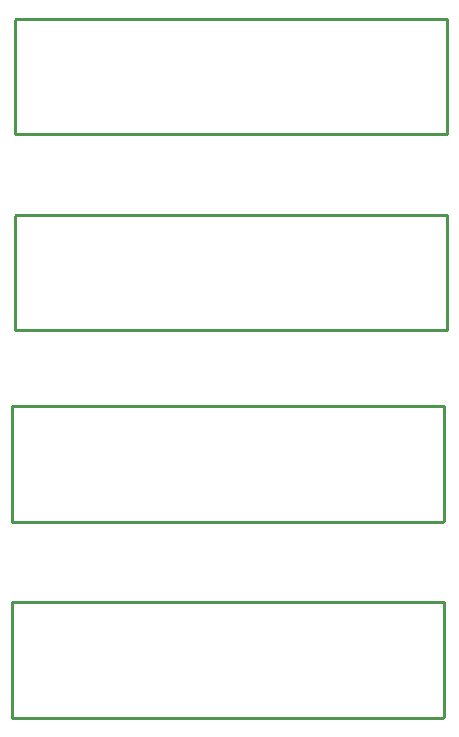
<source format=gm1>
G04*
G04 #@! TF.GenerationSoftware,Altium Limited,Altium Designer,23.3.1 (30)*
G04*
G04 Layer_Color=16711935*
%FSLAX25Y25*%
%MOIN*%
G70*
G04*
G04 #@! TF.SameCoordinates,0E418F4D-2CBD-42A3-A537-BC7B457329F7*
G04*
G04*
G04 #@! TF.FilePolarity,Positive*
G04*
G01*
G75*
%ADD14C,0.01000*%
D14*
X146500Y180167D02*
X147000Y180667D01*
X146500Y142167D02*
Y180167D01*
Y142167D02*
X290500D01*
Y180667D01*
X188000D02*
X290500D01*
X147000D02*
X188000D01*
X146500Y245500D02*
X147000Y246000D01*
X146500Y207500D02*
Y245500D01*
Y207500D02*
X290500D01*
Y246000D01*
X188000D02*
X290500D01*
X147000D02*
X188000D01*
X289199Y78333D02*
X289699Y78833D01*
Y116833D01*
X145699D02*
X289699D01*
X145699Y78333D02*
Y116833D01*
Y78333D02*
X248199D01*
X289199D01*
Y13000D02*
X289699Y13500D01*
Y51500D01*
X145699D02*
X289699D01*
X145699Y13000D02*
Y51500D01*
Y13000D02*
X248199D01*
X289199D01*
M02*

</source>
